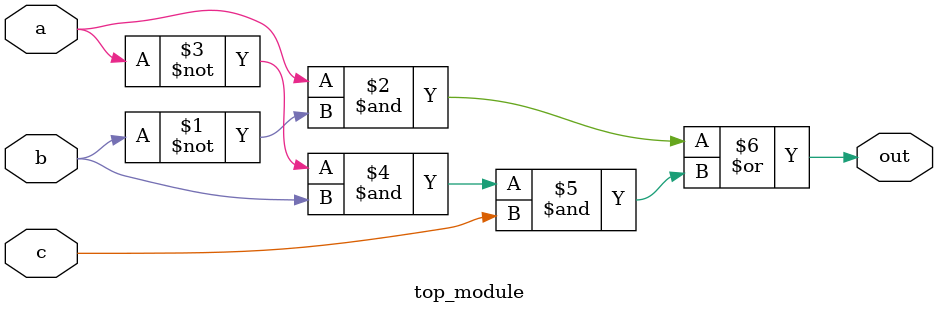
<source format=sv>
module top_module(
	input a, 
	input b,
	input c,
	output out
);
	
	assign out = (a & ~b) | (~a & b & c);

endmodule

</source>
